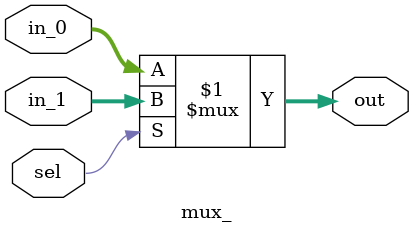
<source format=sv>
module mux_
#(
	// Parameter Declarations
	parameter WL = 32  // Register Word-Length 
	 
	)
	(

input logic [WL-1:0] in_0,
input logic [WL-1:0] in_1,

input logic sel,

output logic [WL-1:0] out
);

assign out = sel ? in_1:in_0;

endmodule 



</source>
